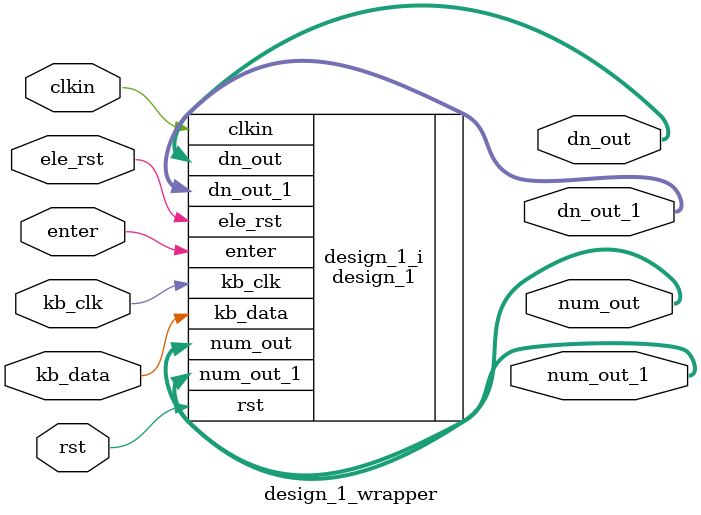
<source format=v>
`timescale 1 ps / 1 ps

module design_1_wrapper
   (clkin,
    dn_out,
    dn_out_1,
    ele_rst,
    enter,
    kb_clk,
    kb_data,
    num_out,
    num_out_1,
    rst);
  input clkin;
  output [3:0]dn_out;
  output [3:0]dn_out_1;
  input ele_rst;
  input enter;
  input kb_clk;
  input kb_data;
  output [6:0]num_out;
  output [6:0]num_out_1;
  input rst;

  wire clkin;
  wire [3:0]dn_out;
  wire [3:0]dn_out_1;
  wire ele_rst;
  wire enter;
  wire kb_clk;
  wire kb_data;
  wire [6:0]num_out;
  wire [6:0]num_out_1;
  wire rst;

  design_1 design_1_i
       (.clkin(clkin),
        .dn_out(dn_out),
        .dn_out_1(dn_out_1),
        .ele_rst(ele_rst),
        .enter(enter),
        .kb_clk(kb_clk),
        .kb_data(kb_data),
        .num_out(num_out),
        .num_out_1(num_out_1),
        .rst(rst));
endmodule

</source>
